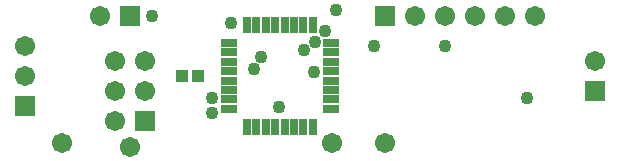
<source format=gts>
G75*
%MOIN*%
%OFA0B0*%
%FSLAX24Y24*%
%IPPOS*%
%LPD*%
%AMOC8*
5,1,8,0,0,1.08239X$1,22.5*
%
%ADD10R,0.0580X0.0300*%
%ADD11R,0.0300X0.0580*%
%ADD12R,0.0674X0.0674*%
%ADD13C,0.0674*%
%ADD14R,0.0440X0.0395*%
%ADD15C,0.0430*%
%ADD16C,0.0671*%
D10*
X009990Y002078D03*
X009990Y002393D03*
X009990Y002708D03*
X009990Y003023D03*
X009990Y003337D03*
X009990Y003652D03*
X009990Y003967D03*
X009990Y004282D03*
X013370Y004282D03*
X013370Y003967D03*
X013370Y003652D03*
X013370Y003337D03*
X013370Y003023D03*
X013370Y002708D03*
X013370Y002393D03*
X013370Y002078D03*
D11*
X012782Y001490D03*
X012467Y001490D03*
X012152Y001490D03*
X011837Y001490D03*
X011523Y001490D03*
X011208Y001490D03*
X010893Y001490D03*
X010578Y001490D03*
X010578Y004870D03*
X010893Y004870D03*
X011208Y004870D03*
X011523Y004870D03*
X011837Y004870D03*
X012152Y004870D03*
X012467Y004870D03*
X012782Y004870D03*
D12*
X015180Y005180D03*
X022180Y002680D03*
X007180Y001680D03*
X003180Y002180D03*
X006680Y005180D03*
D13*
X005680Y005180D03*
X003180Y004180D03*
X003180Y003180D03*
X006180Y002680D03*
X007180Y002680D03*
X007180Y003680D03*
X006180Y003680D03*
X006180Y001680D03*
X016180Y005180D03*
X017180Y005180D03*
X018180Y005180D03*
X019180Y005180D03*
X020180Y005180D03*
X022180Y003680D03*
D14*
X008956Y003180D03*
X008404Y003180D03*
D15*
X009430Y002430D03*
X009430Y001930D03*
X011660Y002140D03*
X012805Y003305D03*
X011055Y003805D03*
X010820Y003400D03*
X012500Y004030D03*
X012850Y004310D03*
X013200Y004660D03*
X014805Y004180D03*
X017180Y004180D03*
X013550Y005360D03*
X010055Y004930D03*
X007430Y005180D03*
X019930Y002430D03*
D16*
X004430Y000930D03*
X006680Y000805D03*
X013430Y000930D03*
X015180Y000930D03*
M02*

</source>
